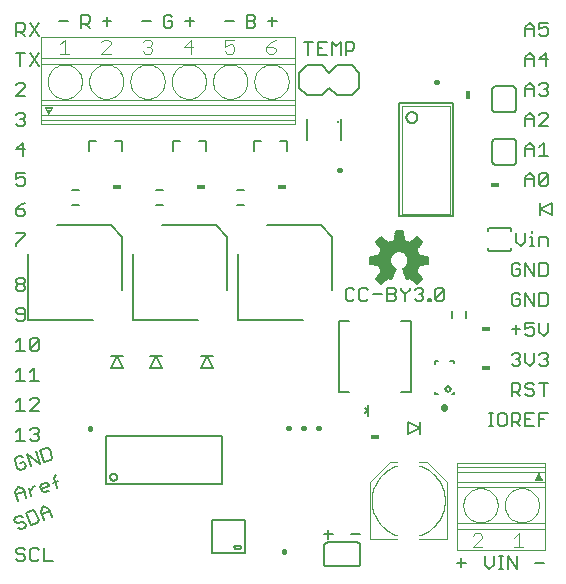
<source format=gto>
G75*
G70*
%OFA0B0*%
%FSLAX24Y24*%
%IPPOS*%
%LPD*%
%AMOC8*
5,1,8,0,0,1.08239X$1,22.5*
%
%ADD10C,0.0060*%
%ADD11R,0.0300X0.0180*%
%ADD12C,0.0050*%
%ADD13C,0.0160*%
%ADD14C,0.0040*%
%ADD15C,0.0080*%
%ADD16R,0.0160X0.0280*%
%ADD17R,0.0280X0.0160*%
%ADD18C,0.0220*%
%ADD19C,0.0079*%
%ADD20C,0.0020*%
%ADD21C,0.0059*%
D10*
X007963Y004973D02*
X007890Y005047D01*
X007963Y004973D02*
X008110Y004973D01*
X008183Y005047D01*
X008183Y005120D01*
X008110Y005193D01*
X007963Y005193D01*
X007890Y005267D01*
X007890Y005340D01*
X007963Y005414D01*
X008110Y005414D01*
X008183Y005340D01*
X008350Y005340D02*
X008350Y005047D01*
X008423Y004973D01*
X008570Y004973D01*
X008643Y005047D01*
X008810Y004973D02*
X009104Y004973D01*
X008810Y004973D02*
X008810Y005414D01*
X008643Y005340D02*
X008570Y005414D01*
X008423Y005414D01*
X008350Y005340D01*
X008037Y006027D02*
X007941Y006068D01*
X008037Y006027D02*
X008173Y006081D01*
X008214Y006176D01*
X008187Y006244D01*
X008092Y006286D01*
X007956Y006232D01*
X007860Y006273D01*
X007833Y006341D01*
X007875Y006436D01*
X008011Y006490D01*
X008106Y006449D01*
X008234Y006579D02*
X008439Y006660D01*
X008534Y006619D01*
X008642Y006346D01*
X008601Y006250D01*
X008396Y006169D01*
X008234Y006579D01*
X007954Y006992D02*
X007866Y007272D01*
X007963Y007456D01*
X008147Y007360D01*
X008234Y007079D01*
X008393Y007129D02*
X008306Y007409D01*
X008349Y007269D02*
X008446Y007453D01*
X008516Y007475D01*
X008694Y007453D02*
X008742Y007545D01*
X008882Y007589D01*
X008974Y007541D01*
X008996Y007471D01*
X008716Y007383D01*
X008738Y007313D02*
X008694Y007453D01*
X008738Y007313D02*
X008830Y007265D01*
X008970Y007309D01*
X009269Y007402D02*
X009160Y007752D01*
X009208Y007844D01*
X009274Y007634D02*
X009134Y007590D01*
X008799Y006802D02*
X008989Y006720D01*
X009097Y006447D01*
X009016Y006652D02*
X008743Y006543D01*
X008716Y006612D02*
X008799Y006802D01*
X008716Y006612D02*
X008825Y006339D01*
X008168Y007290D02*
X007888Y007202D01*
X008024Y008014D02*
X007932Y008062D01*
X007844Y008343D01*
X007893Y008434D01*
X008033Y008478D01*
X008125Y008430D01*
X008168Y008290D02*
X008028Y008246D01*
X008168Y008290D02*
X008212Y008150D01*
X008164Y008058D01*
X008024Y008014D01*
X008393Y008129D02*
X008262Y008550D01*
X008673Y008216D01*
X008542Y008637D01*
X008702Y008686D02*
X008833Y008266D01*
X009043Y008331D01*
X009091Y008423D01*
X009004Y008704D01*
X008912Y008752D01*
X008702Y008686D01*
X008570Y008973D02*
X008423Y008973D01*
X008350Y009047D01*
X008183Y008973D02*
X007890Y008973D01*
X008036Y008973D02*
X008036Y009414D01*
X007890Y009267D01*
X008350Y009340D02*
X008423Y009414D01*
X008570Y009414D01*
X008643Y009340D01*
X008643Y009267D01*
X008570Y009193D01*
X008643Y009120D01*
X008643Y009047D01*
X008570Y008973D01*
X008570Y009193D02*
X008497Y009193D01*
X008643Y009973D02*
X008350Y009973D01*
X008643Y010267D01*
X008643Y010340D01*
X008570Y010414D01*
X008423Y010414D01*
X008350Y010340D01*
X008036Y010414D02*
X008036Y009973D01*
X007890Y009973D02*
X008183Y009973D01*
X007890Y010267D02*
X008036Y010414D01*
X008036Y010973D02*
X008036Y011414D01*
X007890Y011267D01*
X007890Y010973D02*
X008183Y010973D01*
X008350Y010973D02*
X008643Y010973D01*
X008497Y010973D02*
X008497Y011414D01*
X008350Y011267D01*
X008423Y011973D02*
X008350Y012047D01*
X008643Y012340D01*
X008643Y012047D01*
X008570Y011973D01*
X008423Y011973D01*
X008350Y012047D02*
X008350Y012340D01*
X008423Y012414D01*
X008570Y012414D01*
X008643Y012340D01*
X008183Y011973D02*
X007890Y011973D01*
X008036Y011973D02*
X008036Y012414D01*
X007890Y012267D01*
X007963Y012973D02*
X008110Y012973D01*
X008183Y013047D01*
X008183Y013340D01*
X008110Y013414D01*
X007963Y013414D01*
X007890Y013340D01*
X007890Y013267D01*
X007963Y013193D01*
X008183Y013193D01*
X007963Y012973D02*
X007890Y013047D01*
X007963Y013973D02*
X007890Y014047D01*
X007890Y014120D01*
X007963Y014193D01*
X008110Y014193D01*
X008183Y014120D01*
X008183Y014047D01*
X008110Y013973D01*
X007963Y013973D01*
X007963Y014193D02*
X007890Y014267D01*
X007890Y014340D01*
X007963Y014414D01*
X008110Y014414D01*
X008183Y014340D01*
X008183Y014267D01*
X008110Y014193D01*
X007890Y015473D02*
X007890Y015547D01*
X008183Y015840D01*
X008183Y015914D01*
X007890Y015914D01*
X007963Y016473D02*
X008110Y016473D01*
X008183Y016547D01*
X008183Y016620D01*
X008110Y016693D01*
X007890Y016693D01*
X007890Y016547D01*
X007963Y016473D01*
X007890Y016693D02*
X008036Y016840D01*
X008183Y016914D01*
X008110Y017473D02*
X007963Y017473D01*
X007890Y017547D01*
X007890Y017693D02*
X008036Y017767D01*
X008110Y017767D01*
X008183Y017693D01*
X008183Y017547D01*
X008110Y017473D01*
X007890Y017693D02*
X007890Y017914D01*
X008183Y017914D01*
X008110Y018473D02*
X008110Y018914D01*
X007890Y018693D01*
X008183Y018693D01*
X008110Y019473D02*
X007963Y019473D01*
X007890Y019547D01*
X008036Y019693D02*
X008110Y019693D01*
X008183Y019620D01*
X008183Y019547D01*
X008110Y019473D01*
X008110Y019693D02*
X008183Y019767D01*
X008183Y019840D01*
X008110Y019914D01*
X007963Y019914D01*
X007890Y019840D01*
X007890Y020473D02*
X008183Y020767D01*
X008183Y020840D01*
X008110Y020914D01*
X007963Y020914D01*
X007890Y020840D01*
X007890Y020473D02*
X008183Y020473D01*
X008036Y021473D02*
X008036Y021914D01*
X007890Y021914D02*
X008183Y021914D01*
X008350Y021914D02*
X008643Y021473D01*
X008350Y021473D02*
X008643Y021914D01*
X008643Y022473D02*
X008350Y022914D01*
X008183Y022840D02*
X008183Y022693D01*
X008110Y022620D01*
X007890Y022620D01*
X008036Y022620D02*
X008183Y022473D01*
X008350Y022473D02*
X008643Y022914D01*
X008183Y022840D02*
X008110Y022914D01*
X007890Y022914D01*
X007890Y022473D01*
X009330Y022963D02*
X009623Y022963D01*
X010050Y022890D02*
X010270Y022890D01*
X010343Y022963D01*
X010343Y023110D01*
X010270Y023184D01*
X010050Y023184D01*
X010050Y022743D01*
X010196Y022890D02*
X010343Y022743D01*
X010770Y022963D02*
X011063Y022963D01*
X010916Y023110D02*
X010916Y022817D01*
X012090Y022963D02*
X012383Y022963D01*
X012810Y022817D02*
X012883Y022743D01*
X013030Y022743D01*
X013103Y022817D01*
X013103Y022963D01*
X012956Y022963D01*
X012810Y022817D02*
X012810Y023110D01*
X012883Y023184D01*
X013030Y023184D01*
X013103Y023110D01*
X013530Y022963D02*
X013823Y022963D01*
X013676Y023110D02*
X013676Y022817D01*
X014850Y022963D02*
X015143Y022963D01*
X015570Y022963D02*
X015790Y022963D01*
X015863Y022890D01*
X015863Y022817D01*
X015790Y022743D01*
X015570Y022743D01*
X015570Y023184D01*
X015790Y023184D01*
X015863Y023110D01*
X015863Y023037D01*
X015790Y022963D01*
X016290Y022963D02*
X016583Y022963D01*
X016436Y023110D02*
X016436Y022817D01*
X017490Y022284D02*
X017783Y022284D01*
X017636Y022284D02*
X017636Y021843D01*
X017950Y021843D02*
X018243Y021843D01*
X018410Y021843D02*
X018410Y022284D01*
X018557Y022137D01*
X018704Y022284D01*
X018704Y021843D01*
X018871Y021843D02*
X018871Y022284D01*
X019091Y022284D01*
X019164Y022210D01*
X019164Y022063D01*
X019091Y021990D01*
X018871Y021990D01*
X018243Y022284D02*
X017950Y022284D01*
X017950Y021843D01*
X017950Y022063D02*
X018097Y022063D01*
X017600Y019719D02*
X017600Y019025D01*
X018720Y019025D02*
X018720Y019719D01*
X020661Y020239D02*
X022458Y020239D01*
X022458Y016468D01*
X020661Y016468D01*
X020661Y020239D01*
X020900Y019761D02*
X020902Y019787D01*
X020908Y019813D01*
X020917Y019837D01*
X020930Y019860D01*
X020946Y019881D01*
X020965Y019899D01*
X020986Y019915D01*
X021010Y019927D01*
X021034Y019935D01*
X021060Y019940D01*
X021087Y019941D01*
X021113Y019938D01*
X021138Y019931D01*
X021162Y019921D01*
X021185Y019907D01*
X021205Y019891D01*
X021222Y019871D01*
X021237Y019849D01*
X021248Y019825D01*
X021256Y019800D01*
X021260Y019774D01*
X021260Y019748D01*
X021256Y019722D01*
X021248Y019697D01*
X021237Y019673D01*
X021222Y019651D01*
X021205Y019631D01*
X021185Y019615D01*
X021162Y019601D01*
X021138Y019591D01*
X021113Y019584D01*
X021087Y019581D01*
X021060Y019582D01*
X021034Y019587D01*
X021010Y019595D01*
X020986Y019607D01*
X020965Y019623D01*
X020946Y019641D01*
X020930Y019662D01*
X020917Y019685D01*
X020908Y019709D01*
X020902Y019735D01*
X020900Y019761D01*
X023766Y020053D02*
X023766Y020683D01*
X023765Y020683D02*
X023765Y020702D01*
X023769Y020721D01*
X023775Y020739D01*
X023785Y020755D01*
X023797Y020770D01*
X023811Y020782D01*
X023828Y020792D01*
X023845Y020798D01*
X023864Y020802D01*
X023864Y020801D02*
X024455Y020801D01*
X024455Y020802D02*
X024474Y020798D01*
X024491Y020792D01*
X024508Y020782D01*
X024522Y020770D01*
X024534Y020755D01*
X024544Y020739D01*
X024550Y020721D01*
X024554Y020702D01*
X024554Y020683D01*
X024553Y020683D02*
X024553Y020053D01*
X024554Y020053D02*
X024554Y020034D01*
X024550Y020015D01*
X024544Y019997D01*
X024535Y019981D01*
X024522Y019966D01*
X024508Y019954D01*
X024491Y019944D01*
X024473Y019938D01*
X024455Y019934D01*
X024455Y019935D02*
X023864Y019935D01*
X023845Y019939D01*
X023828Y019945D01*
X023811Y019955D01*
X023797Y019967D01*
X023785Y019982D01*
X023775Y019998D01*
X023769Y020016D01*
X023765Y020035D01*
X023765Y020054D01*
X023864Y019051D02*
X024455Y019051D01*
X024455Y019052D02*
X024474Y019048D01*
X024491Y019042D01*
X024508Y019032D01*
X024522Y019020D01*
X024534Y019005D01*
X024544Y018989D01*
X024550Y018971D01*
X024554Y018952D01*
X024554Y018933D01*
X024553Y018933D02*
X024553Y018303D01*
X024554Y018303D02*
X024554Y018284D01*
X024550Y018265D01*
X024544Y018247D01*
X024535Y018231D01*
X024522Y018216D01*
X024508Y018204D01*
X024491Y018194D01*
X024473Y018188D01*
X024455Y018184D01*
X024455Y018185D02*
X023864Y018185D01*
X023845Y018189D01*
X023828Y018195D01*
X023811Y018205D01*
X023797Y018217D01*
X023785Y018232D01*
X023775Y018248D01*
X023769Y018266D01*
X023765Y018285D01*
X023765Y018304D01*
X023766Y018303D02*
X023766Y018933D01*
X023765Y018933D02*
X023765Y018952D01*
X023769Y018971D01*
X023775Y018989D01*
X023785Y019005D01*
X023797Y019020D01*
X023811Y019032D01*
X023828Y019042D01*
X023845Y019048D01*
X023864Y019052D01*
X024869Y018767D02*
X024869Y018473D01*
X024869Y018693D02*
X025162Y018693D01*
X025162Y018767D02*
X025162Y018473D01*
X025329Y018473D02*
X025623Y018473D01*
X025476Y018473D02*
X025476Y018914D01*
X025329Y018767D01*
X025162Y018767D02*
X025016Y018914D01*
X024869Y018767D01*
X024869Y019473D02*
X024869Y019767D01*
X025016Y019914D01*
X025162Y019767D01*
X025162Y019473D01*
X025329Y019473D02*
X025623Y019767D01*
X025623Y019840D01*
X025549Y019914D01*
X025403Y019914D01*
X025329Y019840D01*
X025162Y019693D02*
X024869Y019693D01*
X025329Y019473D02*
X025623Y019473D01*
X025549Y020473D02*
X025403Y020473D01*
X025329Y020547D01*
X025162Y020473D02*
X025162Y020767D01*
X025016Y020914D01*
X024869Y020767D01*
X024869Y020473D01*
X024869Y020693D02*
X025162Y020693D01*
X025329Y020840D02*
X025403Y020914D01*
X025549Y020914D01*
X025623Y020840D01*
X025623Y020767D01*
X025549Y020693D01*
X025623Y020620D01*
X025623Y020547D01*
X025549Y020473D01*
X025549Y020693D02*
X025476Y020693D01*
X025549Y021473D02*
X025549Y021914D01*
X025329Y021693D01*
X025623Y021693D01*
X025162Y021693D02*
X024869Y021693D01*
X024869Y021767D02*
X025016Y021914D01*
X025162Y021767D01*
X025162Y021473D01*
X024869Y021473D02*
X024869Y021767D01*
X024869Y022473D02*
X024869Y022767D01*
X025016Y022914D01*
X025162Y022767D01*
X025162Y022473D01*
X025329Y022547D02*
X025403Y022473D01*
X025549Y022473D01*
X025623Y022547D01*
X025623Y022693D01*
X025549Y022767D01*
X025476Y022767D01*
X025329Y022693D01*
X025329Y022914D01*
X025623Y022914D01*
X025162Y022693D02*
X024869Y022693D01*
X025016Y017914D02*
X025162Y017767D01*
X025162Y017473D01*
X025329Y017547D02*
X025329Y017840D01*
X025403Y017914D01*
X025549Y017914D01*
X025623Y017840D01*
X025329Y017547D01*
X025403Y017473D01*
X025549Y017473D01*
X025623Y017547D01*
X025623Y017840D01*
X025162Y017693D02*
X024869Y017693D01*
X024869Y017767D02*
X025016Y017914D01*
X024869Y017767D02*
X024869Y017473D01*
X025360Y016893D02*
X025360Y016693D01*
X025360Y016493D01*
X025360Y016693D02*
X025760Y016893D01*
X025760Y016693D01*
X025760Y016493D01*
X025360Y016693D01*
X025096Y015987D02*
X025096Y015914D01*
X025096Y015767D02*
X025096Y015473D01*
X025169Y015473D02*
X025022Y015473D01*
X024855Y015620D02*
X024855Y015914D01*
X025022Y015767D02*
X025096Y015767D01*
X025329Y015767D02*
X025329Y015473D01*
X025623Y015473D02*
X025623Y015693D01*
X025549Y015767D01*
X025329Y015767D01*
X024855Y015620D02*
X024709Y015473D01*
X024562Y015620D01*
X024562Y015914D01*
X024629Y014914D02*
X024482Y014914D01*
X024408Y014840D01*
X024408Y014547D01*
X024482Y014473D01*
X024629Y014473D01*
X024702Y014547D01*
X024702Y014693D01*
X024555Y014693D01*
X024702Y014840D02*
X024629Y014914D01*
X024869Y014914D02*
X025162Y014473D01*
X025162Y014914D01*
X025329Y014914D02*
X025329Y014473D01*
X025549Y014473D01*
X025623Y014547D01*
X025623Y014840D01*
X025549Y014914D01*
X025329Y014914D01*
X024869Y014914D02*
X024869Y014473D01*
X024869Y013914D02*
X025162Y013473D01*
X025162Y013914D01*
X025329Y013914D02*
X025329Y013473D01*
X025549Y013473D01*
X025623Y013547D01*
X025623Y013840D01*
X025549Y013914D01*
X025329Y013914D01*
X024869Y013914D02*
X024869Y013473D01*
X024702Y013547D02*
X024702Y013693D01*
X024555Y013693D01*
X024408Y013547D02*
X024482Y013473D01*
X024629Y013473D01*
X024702Y013547D01*
X024702Y013840D02*
X024629Y013914D01*
X024482Y013914D01*
X024408Y013840D01*
X024408Y013547D01*
X024869Y012914D02*
X024869Y012693D01*
X025016Y012767D01*
X025089Y012767D01*
X025162Y012693D01*
X025162Y012547D01*
X025089Y012473D01*
X024942Y012473D01*
X024869Y012547D01*
X024702Y012693D02*
X024408Y012693D01*
X024555Y012840D02*
X024555Y012547D01*
X024869Y012914D02*
X025162Y012914D01*
X025329Y012914D02*
X025329Y012620D01*
X025476Y012473D01*
X025623Y012620D01*
X025623Y012914D01*
X025549Y011914D02*
X025403Y011914D01*
X025329Y011840D01*
X025162Y011914D02*
X025162Y011620D01*
X025016Y011473D01*
X024869Y011620D01*
X024869Y011914D01*
X024702Y011840D02*
X024702Y011767D01*
X024629Y011693D01*
X024702Y011620D01*
X024702Y011547D01*
X024629Y011473D01*
X024482Y011473D01*
X024408Y011547D01*
X024555Y011693D02*
X024629Y011693D01*
X024702Y011840D02*
X024629Y011914D01*
X024482Y011914D01*
X024408Y011840D01*
X024408Y010914D02*
X024629Y010914D01*
X024702Y010840D01*
X024702Y010693D01*
X024629Y010620D01*
X024408Y010620D01*
X024408Y010473D02*
X024408Y010914D01*
X024555Y010620D02*
X024702Y010473D01*
X024869Y010547D02*
X024942Y010473D01*
X025089Y010473D01*
X025162Y010547D01*
X025162Y010620D01*
X025089Y010693D01*
X024942Y010693D01*
X024869Y010767D01*
X024869Y010840D01*
X024942Y010914D01*
X025089Y010914D01*
X025162Y010840D01*
X025329Y010914D02*
X025623Y010914D01*
X025476Y010914D02*
X025476Y010473D01*
X025329Y009914D02*
X025623Y009914D01*
X025476Y009693D02*
X025329Y009693D01*
X025329Y009473D02*
X025329Y009914D01*
X025162Y009914D02*
X024869Y009914D01*
X024869Y009473D01*
X025162Y009473D01*
X025016Y009693D02*
X024869Y009693D01*
X024702Y009693D02*
X024629Y009620D01*
X024408Y009620D01*
X024408Y009473D02*
X024408Y009914D01*
X024629Y009914D01*
X024702Y009840D01*
X024702Y009693D01*
X024555Y009620D02*
X024702Y009473D01*
X024242Y009547D02*
X024242Y009840D01*
X024168Y009914D01*
X024021Y009914D01*
X023948Y009840D01*
X023948Y009547D01*
X024021Y009473D01*
X024168Y009473D01*
X024242Y009547D01*
X023788Y009473D02*
X023641Y009473D01*
X023714Y009473D02*
X023714Y009914D01*
X023641Y009914D02*
X023788Y009914D01*
X025403Y011473D02*
X025329Y011547D01*
X025403Y011473D02*
X025549Y011473D01*
X025623Y011547D01*
X025623Y011620D01*
X025549Y011693D01*
X025476Y011693D01*
X025549Y011693D02*
X025623Y011767D01*
X025623Y011840D01*
X025549Y011914D01*
X022896Y013075D02*
X022896Y013311D01*
X022423Y013311D02*
X022423Y013075D01*
X022082Y013643D02*
X021935Y013643D01*
X021862Y013717D01*
X022156Y014010D01*
X022156Y013717D01*
X022082Y013643D01*
X021862Y013717D02*
X021862Y014010D01*
X021935Y014084D01*
X022082Y014084D01*
X022156Y014010D01*
X021705Y013717D02*
X021705Y013643D01*
X021632Y013643D01*
X021632Y013717D01*
X021705Y013717D01*
X021465Y013717D02*
X021465Y013790D01*
X021392Y013863D01*
X021318Y013863D01*
X021392Y013863D02*
X021465Y013937D01*
X021465Y014010D01*
X021392Y014084D01*
X021245Y014084D01*
X021171Y014010D01*
X021005Y014010D02*
X021005Y014084D01*
X021005Y014010D02*
X020858Y013863D01*
X020858Y013643D01*
X020858Y013863D02*
X020711Y014010D01*
X020711Y014084D01*
X020544Y014010D02*
X020544Y013937D01*
X020471Y013863D01*
X020251Y013863D01*
X020084Y013863D02*
X019790Y013863D01*
X019623Y013717D02*
X019550Y013643D01*
X019403Y013643D01*
X019330Y013717D01*
X019330Y014010D01*
X019403Y014084D01*
X019550Y014084D01*
X019623Y014010D01*
X019163Y014010D02*
X019090Y014084D01*
X018943Y014084D01*
X018870Y014010D01*
X018870Y013717D01*
X018943Y013643D01*
X019090Y013643D01*
X019163Y013717D01*
X020251Y013643D02*
X020471Y013643D01*
X020544Y013717D01*
X020544Y013790D01*
X020471Y013863D01*
X020544Y014010D02*
X020471Y014084D01*
X020251Y014084D01*
X020251Y013643D01*
X021171Y013717D02*
X021245Y013643D01*
X021392Y013643D01*
X021465Y013717D01*
X021360Y009593D02*
X021360Y009393D01*
X021360Y009193D01*
X021360Y009393D02*
X020960Y009593D01*
X020960Y009393D01*
X020960Y009193D01*
X021360Y009393D01*
X019363Y005863D02*
X019069Y005863D01*
X019260Y005593D02*
X018260Y005593D01*
X018243Y005591D01*
X018226Y005587D01*
X018210Y005580D01*
X018196Y005570D01*
X018183Y005557D01*
X018173Y005543D01*
X018166Y005527D01*
X018162Y005510D01*
X018160Y005493D01*
X018160Y004893D01*
X018162Y004876D01*
X018166Y004859D01*
X018173Y004843D01*
X018183Y004829D01*
X018196Y004816D01*
X018210Y004806D01*
X018226Y004799D01*
X018243Y004795D01*
X018260Y004793D01*
X019260Y004793D01*
X019277Y004795D01*
X019294Y004799D01*
X019310Y004806D01*
X019324Y004816D01*
X019337Y004829D01*
X019347Y004843D01*
X019354Y004859D01*
X019358Y004876D01*
X019360Y004893D01*
X019360Y005493D01*
X019358Y005510D01*
X019354Y005527D01*
X019347Y005543D01*
X019337Y005557D01*
X019324Y005570D01*
X019310Y005580D01*
X019294Y005587D01*
X019277Y005591D01*
X019260Y005593D01*
X018442Y005863D02*
X018148Y005863D01*
X018295Y006010D02*
X018295Y005717D01*
X022590Y004923D02*
X022883Y004923D01*
X022736Y005070D02*
X022736Y004777D01*
X023510Y004850D02*
X023657Y004703D01*
X023804Y004850D01*
X023804Y005144D01*
X023971Y005144D02*
X024117Y005144D01*
X024044Y005144D02*
X024044Y004703D01*
X023971Y004703D02*
X024117Y004703D01*
X024278Y004703D02*
X024278Y005144D01*
X024571Y004703D01*
X024571Y005144D01*
X025198Y004923D02*
X025492Y004923D01*
X023510Y004850D02*
X023510Y005144D01*
X014460Y011393D02*
X014260Y011393D01*
X014060Y011393D01*
X014260Y011793D01*
X014460Y011793D01*
X014260Y011793D02*
X014060Y011793D01*
X014260Y011793D02*
X014460Y011393D01*
X012760Y011393D02*
X012560Y011393D01*
X012360Y011393D01*
X012560Y011793D01*
X012760Y011793D01*
X012560Y011793D02*
X012360Y011793D01*
X012560Y011793D02*
X012760Y011393D01*
X011460Y011393D02*
X011260Y011393D01*
X011060Y011393D01*
X011260Y011793D01*
X011460Y011793D01*
X011260Y011793D02*
X011060Y011793D01*
X011260Y011793D02*
X011460Y011393D01*
X012541Y016857D02*
X012778Y016857D01*
X012778Y017330D02*
X012541Y017330D01*
X009978Y017330D02*
X009741Y017330D01*
X009741Y016857D02*
X009978Y016857D01*
X015241Y016857D02*
X015478Y016857D01*
X015478Y017330D02*
X015241Y017330D01*
D11*
X014060Y017443D03*
X016760Y017443D03*
X011262Y017443D03*
X019860Y009093D03*
X023560Y011393D03*
X023560Y012693D03*
D12*
X021060Y012970D02*
X021060Y010608D01*
X020706Y010608D01*
X018993Y010608D02*
X018659Y010608D01*
X018659Y012970D01*
X018993Y012970D01*
X018434Y013993D02*
X018434Y015774D01*
X018041Y016168D01*
X016260Y016168D01*
X015285Y015193D02*
X015285Y013019D01*
X017460Y013019D01*
X014934Y013993D02*
X014934Y015774D01*
X014541Y016168D01*
X012760Y016168D01*
X011785Y015193D02*
X011785Y013019D01*
X013960Y013019D01*
X011434Y013993D02*
X011434Y015774D01*
X011041Y016168D01*
X009260Y016168D01*
X008285Y015193D02*
X008285Y013019D01*
X010460Y013019D01*
X010903Y009153D02*
X010903Y007539D01*
X014762Y007539D01*
X014762Y009153D01*
X010903Y009153D01*
X011022Y007775D02*
X011024Y007796D01*
X011030Y007816D01*
X011039Y007836D01*
X011051Y007853D01*
X011066Y007867D01*
X011084Y007879D01*
X011104Y007887D01*
X011124Y007892D01*
X011145Y007893D01*
X011166Y007890D01*
X011186Y007884D01*
X011205Y007873D01*
X011222Y007860D01*
X011235Y007844D01*
X011246Y007826D01*
X011254Y007806D01*
X011258Y007786D01*
X011258Y007764D01*
X011254Y007744D01*
X011246Y007724D01*
X011235Y007706D01*
X011222Y007690D01*
X011205Y007677D01*
X011186Y007666D01*
X011166Y007660D01*
X011145Y007657D01*
X011124Y007658D01*
X011104Y007663D01*
X011084Y007671D01*
X011066Y007683D01*
X011051Y007697D01*
X011039Y007714D01*
X011030Y007734D01*
X011024Y007754D01*
X011022Y007775D01*
X020706Y012970D02*
X021060Y012970D01*
D13*
X017972Y009393D02*
X017948Y009393D01*
X017472Y009393D02*
X017448Y009393D01*
X016972Y009393D02*
X016948Y009393D01*
X016810Y005305D02*
X016810Y005281D01*
X010360Y009381D02*
X010360Y009405D01*
X018648Y017993D02*
X018672Y017993D01*
X021888Y020953D02*
X021912Y020953D01*
D14*
X017192Y020357D02*
X017192Y020167D01*
X017192Y019847D01*
X017192Y019674D01*
X008727Y019674D01*
X008727Y019847D01*
X017192Y019847D01*
X017192Y019674D02*
X017192Y019556D01*
X008727Y019556D01*
X008727Y019674D01*
X008727Y019847D02*
X008727Y020167D01*
X008727Y020357D01*
X017192Y020357D01*
X017192Y021559D01*
X008727Y021559D01*
X008727Y020357D01*
X008727Y020167D02*
X017192Y020167D01*
X015833Y020954D02*
X015835Y021001D01*
X015841Y021048D01*
X015850Y021094D01*
X015864Y021139D01*
X015881Y021183D01*
X015902Y021226D01*
X015926Y021266D01*
X015953Y021305D01*
X015984Y021341D01*
X016017Y021374D01*
X016053Y021405D01*
X016092Y021432D01*
X016132Y021456D01*
X016175Y021477D01*
X016219Y021494D01*
X016264Y021508D01*
X016310Y021517D01*
X016357Y021523D01*
X016404Y021525D01*
X016451Y021523D01*
X016498Y021517D01*
X016544Y021508D01*
X016589Y021494D01*
X016633Y021477D01*
X016676Y021456D01*
X016716Y021432D01*
X016755Y021405D01*
X016791Y021374D01*
X016824Y021341D01*
X016855Y021305D01*
X016882Y021266D01*
X016906Y021226D01*
X016927Y021183D01*
X016944Y021139D01*
X016958Y021094D01*
X016967Y021048D01*
X016973Y021001D01*
X016975Y020954D01*
X016973Y020907D01*
X016967Y020860D01*
X016958Y020814D01*
X016944Y020769D01*
X016927Y020725D01*
X016906Y020682D01*
X016882Y020642D01*
X016855Y020603D01*
X016824Y020567D01*
X016791Y020534D01*
X016755Y020503D01*
X016716Y020476D01*
X016676Y020452D01*
X016633Y020431D01*
X016589Y020414D01*
X016544Y020400D01*
X016498Y020391D01*
X016451Y020385D01*
X016404Y020383D01*
X016357Y020385D01*
X016310Y020391D01*
X016264Y020400D01*
X016219Y020414D01*
X016175Y020431D01*
X016132Y020452D01*
X016092Y020476D01*
X016053Y020503D01*
X016017Y020534D01*
X015984Y020567D01*
X015953Y020603D01*
X015926Y020642D01*
X015902Y020682D01*
X015881Y020725D01*
X015864Y020769D01*
X015850Y020814D01*
X015841Y020860D01*
X015835Y020907D01*
X015833Y020954D01*
X015499Y021231D02*
X015501Y021234D01*
X014455Y020954D02*
X014457Y021001D01*
X014463Y021048D01*
X014472Y021094D01*
X014486Y021139D01*
X014503Y021183D01*
X014524Y021226D01*
X014548Y021266D01*
X014575Y021305D01*
X014606Y021341D01*
X014639Y021374D01*
X014675Y021405D01*
X014714Y021432D01*
X014754Y021456D01*
X014797Y021477D01*
X014841Y021494D01*
X014886Y021508D01*
X014932Y021517D01*
X014979Y021523D01*
X015026Y021525D01*
X015073Y021523D01*
X015120Y021517D01*
X015166Y021508D01*
X015211Y021494D01*
X015255Y021477D01*
X015298Y021456D01*
X015338Y021432D01*
X015377Y021405D01*
X015413Y021374D01*
X015446Y021341D01*
X015477Y021305D01*
X015504Y021266D01*
X015528Y021226D01*
X015549Y021183D01*
X015566Y021139D01*
X015580Y021094D01*
X015589Y021048D01*
X015595Y021001D01*
X015597Y020954D01*
X015595Y020907D01*
X015589Y020860D01*
X015580Y020814D01*
X015566Y020769D01*
X015549Y020725D01*
X015528Y020682D01*
X015504Y020642D01*
X015477Y020603D01*
X015446Y020567D01*
X015413Y020534D01*
X015377Y020503D01*
X015338Y020476D01*
X015298Y020452D01*
X015255Y020431D01*
X015211Y020414D01*
X015166Y020400D01*
X015120Y020391D01*
X015073Y020385D01*
X015026Y020383D01*
X014979Y020385D01*
X014932Y020391D01*
X014886Y020400D01*
X014841Y020414D01*
X014797Y020431D01*
X014754Y020452D01*
X014714Y020476D01*
X014675Y020503D01*
X014639Y020534D01*
X014606Y020567D01*
X014575Y020603D01*
X014548Y020642D01*
X014524Y020682D01*
X014503Y020725D01*
X014486Y020769D01*
X014472Y020814D01*
X014463Y020860D01*
X014457Y020907D01*
X014455Y020954D01*
X014121Y021231D02*
X014123Y021234D01*
X013077Y020954D02*
X013079Y021001D01*
X013085Y021048D01*
X013094Y021094D01*
X013108Y021139D01*
X013125Y021183D01*
X013146Y021226D01*
X013170Y021266D01*
X013197Y021305D01*
X013228Y021341D01*
X013261Y021374D01*
X013297Y021405D01*
X013336Y021432D01*
X013376Y021456D01*
X013419Y021477D01*
X013463Y021494D01*
X013508Y021508D01*
X013554Y021517D01*
X013601Y021523D01*
X013648Y021525D01*
X013695Y021523D01*
X013742Y021517D01*
X013788Y021508D01*
X013833Y021494D01*
X013877Y021477D01*
X013920Y021456D01*
X013960Y021432D01*
X013999Y021405D01*
X014035Y021374D01*
X014068Y021341D01*
X014099Y021305D01*
X014126Y021266D01*
X014150Y021226D01*
X014171Y021183D01*
X014188Y021139D01*
X014202Y021094D01*
X014211Y021048D01*
X014217Y021001D01*
X014219Y020954D01*
X014217Y020907D01*
X014211Y020860D01*
X014202Y020814D01*
X014188Y020769D01*
X014171Y020725D01*
X014150Y020682D01*
X014126Y020642D01*
X014099Y020603D01*
X014068Y020567D01*
X014035Y020534D01*
X013999Y020503D01*
X013960Y020476D01*
X013920Y020452D01*
X013877Y020431D01*
X013833Y020414D01*
X013788Y020400D01*
X013742Y020391D01*
X013695Y020385D01*
X013648Y020383D01*
X013601Y020385D01*
X013554Y020391D01*
X013508Y020400D01*
X013463Y020414D01*
X013419Y020431D01*
X013376Y020452D01*
X013336Y020476D01*
X013297Y020503D01*
X013261Y020534D01*
X013228Y020567D01*
X013197Y020603D01*
X013170Y020642D01*
X013146Y020682D01*
X013125Y020725D01*
X013108Y020769D01*
X013094Y020814D01*
X013085Y020860D01*
X013079Y020907D01*
X013077Y020954D01*
X012743Y021231D02*
X012745Y021234D01*
X011700Y020954D02*
X011702Y021001D01*
X011708Y021048D01*
X011717Y021094D01*
X011731Y021139D01*
X011748Y021183D01*
X011769Y021226D01*
X011793Y021266D01*
X011820Y021305D01*
X011851Y021341D01*
X011884Y021374D01*
X011920Y021405D01*
X011959Y021432D01*
X011999Y021456D01*
X012042Y021477D01*
X012086Y021494D01*
X012131Y021508D01*
X012177Y021517D01*
X012224Y021523D01*
X012271Y021525D01*
X012318Y021523D01*
X012365Y021517D01*
X012411Y021508D01*
X012456Y021494D01*
X012500Y021477D01*
X012543Y021456D01*
X012583Y021432D01*
X012622Y021405D01*
X012658Y021374D01*
X012691Y021341D01*
X012722Y021305D01*
X012749Y021266D01*
X012773Y021226D01*
X012794Y021183D01*
X012811Y021139D01*
X012825Y021094D01*
X012834Y021048D01*
X012840Y021001D01*
X012842Y020954D01*
X012840Y020907D01*
X012834Y020860D01*
X012825Y020814D01*
X012811Y020769D01*
X012794Y020725D01*
X012773Y020682D01*
X012749Y020642D01*
X012722Y020603D01*
X012691Y020567D01*
X012658Y020534D01*
X012622Y020503D01*
X012583Y020476D01*
X012543Y020452D01*
X012500Y020431D01*
X012456Y020414D01*
X012411Y020400D01*
X012365Y020391D01*
X012318Y020385D01*
X012271Y020383D01*
X012224Y020385D01*
X012177Y020391D01*
X012131Y020400D01*
X012086Y020414D01*
X012042Y020431D01*
X011999Y020452D01*
X011959Y020476D01*
X011920Y020503D01*
X011884Y020534D01*
X011851Y020567D01*
X011820Y020603D01*
X011793Y020642D01*
X011769Y020682D01*
X011748Y020725D01*
X011731Y020769D01*
X011717Y020814D01*
X011708Y020860D01*
X011702Y020907D01*
X011700Y020954D01*
X011365Y021231D02*
X011367Y021234D01*
X010322Y020954D02*
X010324Y021001D01*
X010330Y021048D01*
X010339Y021094D01*
X010353Y021139D01*
X010370Y021183D01*
X010391Y021226D01*
X010415Y021266D01*
X010442Y021305D01*
X010473Y021341D01*
X010506Y021374D01*
X010542Y021405D01*
X010581Y021432D01*
X010621Y021456D01*
X010664Y021477D01*
X010708Y021494D01*
X010753Y021508D01*
X010799Y021517D01*
X010846Y021523D01*
X010893Y021525D01*
X010940Y021523D01*
X010987Y021517D01*
X011033Y021508D01*
X011078Y021494D01*
X011122Y021477D01*
X011165Y021456D01*
X011205Y021432D01*
X011244Y021405D01*
X011280Y021374D01*
X011313Y021341D01*
X011344Y021305D01*
X011371Y021266D01*
X011395Y021226D01*
X011416Y021183D01*
X011433Y021139D01*
X011447Y021094D01*
X011456Y021048D01*
X011462Y021001D01*
X011464Y020954D01*
X011462Y020907D01*
X011456Y020860D01*
X011447Y020814D01*
X011433Y020769D01*
X011416Y020725D01*
X011395Y020682D01*
X011371Y020642D01*
X011344Y020603D01*
X011313Y020567D01*
X011280Y020534D01*
X011244Y020503D01*
X011205Y020476D01*
X011165Y020452D01*
X011122Y020431D01*
X011078Y020414D01*
X011033Y020400D01*
X010987Y020391D01*
X010940Y020385D01*
X010893Y020383D01*
X010846Y020385D01*
X010799Y020391D01*
X010753Y020400D01*
X010708Y020414D01*
X010664Y020431D01*
X010621Y020452D01*
X010581Y020476D01*
X010542Y020503D01*
X010506Y020534D01*
X010473Y020567D01*
X010442Y020603D01*
X010415Y020642D01*
X010391Y020682D01*
X010370Y020725D01*
X010353Y020769D01*
X010339Y020814D01*
X010330Y020860D01*
X010324Y020907D01*
X010322Y020954D01*
X009987Y021231D02*
X009989Y021234D01*
X008944Y020954D02*
X008946Y021001D01*
X008952Y021048D01*
X008961Y021094D01*
X008975Y021139D01*
X008992Y021183D01*
X009013Y021226D01*
X009037Y021266D01*
X009064Y021305D01*
X009095Y021341D01*
X009128Y021374D01*
X009164Y021405D01*
X009203Y021432D01*
X009243Y021456D01*
X009286Y021477D01*
X009330Y021494D01*
X009375Y021508D01*
X009421Y021517D01*
X009468Y021523D01*
X009515Y021525D01*
X009562Y021523D01*
X009609Y021517D01*
X009655Y021508D01*
X009700Y021494D01*
X009744Y021477D01*
X009787Y021456D01*
X009827Y021432D01*
X009866Y021405D01*
X009902Y021374D01*
X009935Y021341D01*
X009966Y021305D01*
X009993Y021266D01*
X010017Y021226D01*
X010038Y021183D01*
X010055Y021139D01*
X010069Y021094D01*
X010078Y021048D01*
X010084Y021001D01*
X010086Y020954D01*
X010084Y020907D01*
X010078Y020860D01*
X010069Y020814D01*
X010055Y020769D01*
X010038Y020725D01*
X010017Y020682D01*
X009993Y020642D01*
X009966Y020603D01*
X009935Y020567D01*
X009902Y020534D01*
X009866Y020503D01*
X009827Y020476D01*
X009787Y020452D01*
X009744Y020431D01*
X009700Y020414D01*
X009655Y020400D01*
X009609Y020391D01*
X009562Y020385D01*
X009515Y020383D01*
X009468Y020385D01*
X009421Y020391D01*
X009375Y020400D01*
X009330Y020414D01*
X009286Y020431D01*
X009243Y020452D01*
X009203Y020476D01*
X009164Y020503D01*
X009128Y020534D01*
X009095Y020567D01*
X009064Y020603D01*
X009037Y020642D01*
X009013Y020682D01*
X008992Y020725D01*
X008975Y020769D01*
X008961Y020814D01*
X008952Y020860D01*
X008946Y020907D01*
X008944Y020954D01*
X008727Y021559D02*
X008727Y021746D01*
X017192Y021746D01*
X017192Y022430D01*
X008727Y022430D01*
X008727Y021746D01*
X009357Y021888D02*
X009664Y021888D01*
X009511Y021888D02*
X009511Y022349D01*
X009357Y022195D01*
X010732Y022272D02*
X010809Y022349D01*
X010963Y022349D01*
X011039Y022272D01*
X011039Y022195D01*
X010732Y021888D01*
X011039Y021888D01*
X012107Y021965D02*
X012184Y021888D01*
X012338Y021888D01*
X012414Y021965D01*
X012414Y022042D01*
X012338Y022119D01*
X012261Y022119D01*
X012338Y022119D02*
X012414Y022195D01*
X012414Y022272D01*
X012338Y022349D01*
X012184Y022349D01*
X012107Y022272D01*
X013482Y022119D02*
X013789Y022119D01*
X013713Y022349D02*
X013713Y021888D01*
X013482Y022119D02*
X013713Y022349D01*
X014857Y022349D02*
X014857Y022119D01*
X015011Y022195D01*
X015088Y022195D01*
X015164Y022119D01*
X015164Y021965D01*
X015088Y021888D01*
X014934Y021888D01*
X014857Y021965D01*
X014857Y022349D02*
X015164Y022349D01*
X016232Y022119D02*
X016463Y022119D01*
X016539Y022042D01*
X016539Y021965D01*
X016463Y021888D01*
X016309Y021888D01*
X016232Y021965D01*
X016232Y022119D01*
X016386Y022272D01*
X016539Y022349D01*
X017192Y021746D02*
X017192Y021559D01*
X016879Y021234D02*
X016877Y021231D01*
X009087Y020118D02*
X008962Y019868D01*
X008837Y020118D01*
X009087Y020118D01*
X009079Y020101D02*
X008846Y020101D01*
X008865Y020063D02*
X009060Y020063D01*
X009041Y020024D02*
X008884Y020024D01*
X008904Y019986D02*
X009021Y019986D01*
X009002Y019947D02*
X008923Y019947D01*
X008942Y019909D02*
X008983Y019909D01*
X008964Y019870D02*
X008961Y019870D01*
X020349Y008273D02*
X020585Y008273D01*
X020349Y008273D02*
X019680Y007604D01*
X019680Y005714D01*
X020585Y005714D01*
X021334Y005714D02*
X022239Y005714D01*
X022239Y007604D01*
X021570Y008273D01*
X021334Y008273D01*
X022583Y008230D02*
X022583Y008112D01*
X022583Y007939D01*
X025536Y007939D01*
X025536Y008112D01*
X025536Y008230D01*
X022583Y008230D01*
X022583Y008112D02*
X025536Y008112D01*
X025536Y007939D02*
X025536Y007620D01*
X025536Y007430D01*
X022583Y007430D01*
X022583Y007620D01*
X022583Y007939D01*
X022583Y007620D02*
X025536Y007620D01*
X025426Y007668D02*
X025301Y007918D01*
X025176Y007668D01*
X025426Y007668D01*
X025408Y007704D02*
X025194Y007704D01*
X025213Y007743D02*
X025388Y007743D01*
X025369Y007781D02*
X025232Y007781D01*
X025251Y007820D02*
X025350Y007820D01*
X025331Y007858D02*
X025271Y007858D01*
X025290Y007897D02*
X025311Y007897D01*
X025536Y007430D02*
X025536Y006228D01*
X022583Y006228D01*
X022583Y006040D01*
X022583Y005356D01*
X025536Y005356D01*
X025536Y006040D01*
X022583Y006040D01*
X022583Y006228D02*
X022583Y007430D01*
X022800Y006833D02*
X022802Y006880D01*
X022808Y006927D01*
X022817Y006973D01*
X022831Y007018D01*
X022848Y007062D01*
X022869Y007105D01*
X022893Y007145D01*
X022920Y007184D01*
X022951Y007220D01*
X022984Y007253D01*
X023020Y007284D01*
X023059Y007311D01*
X023099Y007335D01*
X023142Y007356D01*
X023186Y007373D01*
X023231Y007387D01*
X023277Y007396D01*
X023324Y007402D01*
X023371Y007404D01*
X023418Y007402D01*
X023465Y007396D01*
X023511Y007387D01*
X023556Y007373D01*
X023600Y007356D01*
X023643Y007335D01*
X023683Y007311D01*
X023722Y007284D01*
X023758Y007253D01*
X023791Y007220D01*
X023822Y007184D01*
X023849Y007145D01*
X023873Y007105D01*
X023894Y007062D01*
X023911Y007018D01*
X023925Y006973D01*
X023934Y006927D01*
X023940Y006880D01*
X023942Y006833D01*
X023940Y006786D01*
X023934Y006739D01*
X023925Y006693D01*
X023911Y006648D01*
X023894Y006604D01*
X023873Y006561D01*
X023849Y006521D01*
X023822Y006482D01*
X023791Y006446D01*
X023758Y006413D01*
X023722Y006382D01*
X023683Y006355D01*
X023643Y006331D01*
X023600Y006310D01*
X023556Y006293D01*
X023511Y006279D01*
X023465Y006270D01*
X023418Y006264D01*
X023371Y006262D01*
X023324Y006264D01*
X023277Y006270D01*
X023231Y006279D01*
X023186Y006293D01*
X023142Y006310D01*
X023099Y006331D01*
X023059Y006355D01*
X023020Y006382D01*
X022984Y006413D01*
X022951Y006446D01*
X022920Y006482D01*
X022893Y006521D01*
X022869Y006561D01*
X022848Y006604D01*
X022831Y006648D01*
X022817Y006693D01*
X022808Y006739D01*
X022802Y006786D01*
X022800Y006833D01*
X022898Y006555D02*
X022896Y006553D01*
X023187Y005899D02*
X023110Y005822D01*
X023187Y005899D02*
X023340Y005899D01*
X023417Y005822D01*
X023417Y005745D01*
X023110Y005438D01*
X023417Y005438D01*
X024485Y005438D02*
X024792Y005438D01*
X024639Y005438D02*
X024639Y005899D01*
X024485Y005745D01*
X024274Y006553D02*
X024276Y006555D01*
X024177Y006833D02*
X024179Y006880D01*
X024185Y006927D01*
X024194Y006973D01*
X024208Y007018D01*
X024225Y007062D01*
X024246Y007105D01*
X024270Y007145D01*
X024297Y007184D01*
X024328Y007220D01*
X024361Y007253D01*
X024397Y007284D01*
X024436Y007311D01*
X024476Y007335D01*
X024519Y007356D01*
X024563Y007373D01*
X024608Y007387D01*
X024654Y007396D01*
X024701Y007402D01*
X024748Y007404D01*
X024795Y007402D01*
X024842Y007396D01*
X024888Y007387D01*
X024933Y007373D01*
X024977Y007356D01*
X025020Y007335D01*
X025060Y007311D01*
X025099Y007284D01*
X025135Y007253D01*
X025168Y007220D01*
X025199Y007184D01*
X025226Y007145D01*
X025250Y007105D01*
X025271Y007062D01*
X025288Y007018D01*
X025302Y006973D01*
X025311Y006927D01*
X025317Y006880D01*
X025319Y006833D01*
X025317Y006786D01*
X025311Y006739D01*
X025302Y006693D01*
X025288Y006648D01*
X025271Y006604D01*
X025250Y006561D01*
X025226Y006521D01*
X025199Y006482D01*
X025168Y006446D01*
X025135Y006413D01*
X025099Y006382D01*
X025060Y006355D01*
X025020Y006331D01*
X024977Y006310D01*
X024933Y006293D01*
X024888Y006279D01*
X024842Y006270D01*
X024795Y006264D01*
X024748Y006262D01*
X024701Y006264D01*
X024654Y006270D01*
X024608Y006279D01*
X024563Y006293D01*
X024519Y006310D01*
X024476Y006331D01*
X024436Y006355D01*
X024397Y006382D01*
X024361Y006413D01*
X024328Y006446D01*
X024297Y006482D01*
X024270Y006521D01*
X024246Y006561D01*
X024225Y006604D01*
X024208Y006648D01*
X024194Y006693D01*
X024185Y006739D01*
X024179Y006786D01*
X024177Y006833D01*
X025536Y006228D02*
X025536Y006040D01*
X020586Y005832D02*
X020522Y005854D01*
X020459Y005881D01*
X020397Y005911D01*
X020338Y005944D01*
X020280Y005980D01*
X020224Y006020D01*
X020171Y006063D01*
X020120Y006108D01*
X020072Y006156D01*
X020027Y006207D01*
X019984Y006261D01*
X019945Y006317D01*
X019908Y006374D01*
X019875Y006434D01*
X019846Y006496D01*
X019820Y006559D01*
X019797Y006623D01*
X019778Y006689D01*
X019763Y006756D01*
X019752Y006823D01*
X019744Y006891D01*
X019740Y006959D01*
X019740Y007027D01*
X019744Y007095D01*
X019752Y007163D01*
X019763Y007230D01*
X019778Y007297D01*
X019797Y007363D01*
X019820Y007427D01*
X019846Y007490D01*
X019875Y007552D01*
X019908Y007612D01*
X019945Y007669D01*
X019984Y007725D01*
X020027Y007779D01*
X020072Y007830D01*
X020120Y007878D01*
X020171Y007923D01*
X020224Y007966D01*
X020280Y008006D01*
X020338Y008042D01*
X020397Y008075D01*
X020459Y008105D01*
X020522Y008132D01*
X020586Y008154D01*
X021334Y008154D02*
X021398Y008132D01*
X021461Y008105D01*
X021523Y008075D01*
X021582Y008042D01*
X021640Y008006D01*
X021696Y007966D01*
X021749Y007923D01*
X021800Y007878D01*
X021848Y007830D01*
X021893Y007779D01*
X021936Y007725D01*
X021975Y007669D01*
X022012Y007612D01*
X022045Y007552D01*
X022074Y007490D01*
X022100Y007427D01*
X022123Y007363D01*
X022142Y007297D01*
X022157Y007230D01*
X022168Y007163D01*
X022176Y007095D01*
X022180Y007027D01*
X022180Y006959D01*
X022176Y006891D01*
X022168Y006823D01*
X022157Y006756D01*
X022142Y006689D01*
X022123Y006623D01*
X022100Y006559D01*
X022074Y006496D01*
X022045Y006434D01*
X022012Y006374D01*
X021975Y006317D01*
X021936Y006261D01*
X021893Y006207D01*
X021848Y006156D01*
X021800Y006108D01*
X021749Y006063D01*
X021696Y006020D01*
X021640Y005980D01*
X021582Y005944D01*
X021523Y005911D01*
X021461Y005881D01*
X021398Y005854D01*
X021334Y005832D01*
D15*
X019626Y009812D02*
X019626Y009993D01*
X019504Y009901D01*
X019626Y009993D02*
X019626Y010174D01*
X019504Y010079D02*
X019620Y010003D01*
X021848Y010526D02*
X021951Y010526D01*
X021848Y010526D02*
X021848Y010605D01*
X022201Y010711D02*
X022203Y010729D01*
X022209Y010747D01*
X022218Y010763D01*
X022230Y010776D01*
X022245Y010787D01*
X022262Y010795D01*
X022280Y010799D01*
X022298Y010799D01*
X022316Y010795D01*
X022333Y010787D01*
X022348Y010776D01*
X022360Y010763D01*
X022369Y010747D01*
X022375Y010729D01*
X022377Y010711D01*
X022375Y010693D01*
X022369Y010675D01*
X022360Y010659D01*
X022348Y010646D01*
X022333Y010635D01*
X022316Y010627D01*
X022298Y010623D01*
X022280Y010623D01*
X022262Y010627D01*
X022245Y010635D01*
X022230Y010646D01*
X022218Y010659D01*
X022209Y010675D01*
X022203Y010693D01*
X022201Y010711D01*
X022408Y010526D02*
X022474Y010526D01*
X022474Y010605D01*
X022474Y011562D02*
X022474Y011652D01*
X022356Y011652D01*
X021951Y011644D02*
X021860Y011644D01*
X021860Y011534D01*
X023685Y015300D02*
X024314Y015300D01*
X024315Y015300D02*
X024331Y015305D01*
X024347Y015313D01*
X024361Y015323D01*
X024373Y015335D01*
X024383Y015350D01*
X024390Y015366D01*
X024394Y015383D01*
X024395Y015400D01*
X024393Y015418D01*
X024393Y015969D02*
X024395Y015987D01*
X024394Y016004D01*
X024390Y016021D01*
X024383Y016037D01*
X024373Y016052D01*
X024361Y016064D01*
X024347Y016074D01*
X024331Y016082D01*
X024315Y016087D01*
X024314Y016087D02*
X023685Y016087D01*
X023684Y016087D02*
X023668Y016082D01*
X023652Y016074D01*
X023638Y016064D01*
X023626Y016052D01*
X023616Y016037D01*
X023609Y016021D01*
X023605Y016004D01*
X023604Y015987D01*
X023606Y015969D01*
X023606Y015418D02*
X023604Y015400D01*
X023605Y015383D01*
X023609Y015366D01*
X023616Y015350D01*
X023626Y015335D01*
X023638Y015323D01*
X023652Y015313D01*
X023668Y015305D01*
X023684Y015300D01*
X019070Y020493D02*
X018570Y020493D01*
X018320Y020743D01*
X018070Y020493D01*
X017570Y020493D01*
X017320Y020743D01*
X017320Y021243D01*
X017570Y021493D01*
X018070Y021493D01*
X018320Y021243D01*
X018570Y021493D01*
X019070Y021493D01*
X019320Y021243D01*
X019320Y020743D01*
X019070Y020493D01*
X016911Y018969D02*
X016911Y018654D01*
X016911Y018969D02*
X016674Y018969D01*
X016045Y018969D02*
X015808Y018969D01*
X015808Y018654D01*
X014211Y018654D02*
X014211Y018969D01*
X013974Y018969D01*
X013345Y018969D02*
X013108Y018969D01*
X013108Y018654D01*
X011411Y018654D02*
X011411Y018969D01*
X011174Y018969D01*
X010545Y018969D02*
X010308Y018969D01*
X010308Y018654D01*
X014408Y006344D02*
X015511Y006344D01*
X015511Y005242D01*
X014408Y005242D01*
X014408Y006344D01*
X015156Y005478D02*
X015393Y005478D01*
X015392Y005478D02*
X015390Y005458D01*
X015385Y005438D01*
X015376Y005419D01*
X015364Y005402D01*
X015350Y005388D01*
X015333Y005376D01*
X015314Y005367D01*
X015294Y005362D01*
X015274Y005360D01*
X015254Y005362D01*
X015234Y005367D01*
X015215Y005376D01*
X015198Y005388D01*
X015184Y005402D01*
X015172Y005419D01*
X015163Y005438D01*
X015158Y005458D01*
X015156Y005478D01*
D16*
X022960Y020493D03*
D17*
X023860Y017493D03*
D18*
X022160Y010105D02*
X022160Y010081D01*
D19*
X018612Y019608D03*
D20*
X020751Y020149D02*
X022368Y020149D01*
X022368Y016558D01*
X020751Y016558D01*
X020751Y020149D01*
D21*
X020779Y015970D02*
X020540Y015970D01*
X020507Y015653D01*
X020401Y015618D01*
X020301Y015567D01*
X020054Y015769D01*
X019884Y015599D01*
X020086Y015352D01*
X020034Y015252D01*
X020000Y015146D01*
X019683Y015113D01*
X019683Y014873D01*
X020000Y014841D01*
X020034Y014734D01*
X020086Y014635D01*
X019884Y014387D01*
X020054Y014218D01*
X020301Y014419D01*
X020401Y014368D01*
X020542Y014709D01*
X020489Y014738D01*
X020442Y014776D01*
X020404Y014822D01*
X020375Y014876D01*
X020358Y014933D01*
X020352Y014993D01*
X020358Y015056D01*
X020378Y015116D01*
X020409Y015171D01*
X020450Y015219D01*
X020501Y015257D01*
X020558Y015284D01*
X020619Y015298D01*
X020682Y015300D01*
X020745Y015289D01*
X020803Y015265D01*
X020856Y015230D01*
X020900Y015185D01*
X020934Y015132D01*
X020957Y015073D01*
X020967Y015011D01*
X020964Y014947D01*
X020948Y014886D01*
X020920Y014830D01*
X020881Y014780D01*
X020833Y014739D01*
X020777Y014709D01*
X020918Y014368D01*
X021018Y014419D01*
X021265Y014218D01*
X021435Y014387D01*
X021233Y014635D01*
X021285Y014734D01*
X021319Y014841D01*
X021636Y014873D01*
X021636Y015113D01*
X021319Y015146D01*
X021285Y015252D01*
X021233Y015352D01*
X021435Y015599D01*
X021265Y015769D01*
X021018Y015567D01*
X020918Y015618D01*
X020812Y015653D01*
X020779Y015970D01*
X020780Y015962D02*
X020539Y015962D01*
X020533Y015904D02*
X020786Y015904D01*
X020792Y015847D02*
X020527Y015847D01*
X020521Y015789D02*
X020798Y015789D01*
X020804Y015732D02*
X020515Y015732D01*
X020509Y015674D02*
X020810Y015674D01*
X020922Y015617D02*
X020397Y015617D01*
X020240Y015617D02*
X019901Y015617D01*
X019917Y015559D02*
X021402Y015559D01*
X021418Y015617D02*
X021079Y015617D01*
X021149Y015674D02*
X021360Y015674D01*
X021303Y015732D02*
X021220Y015732D01*
X021355Y015501D02*
X019964Y015501D01*
X020011Y015444D02*
X021308Y015444D01*
X021261Y015386D02*
X020058Y015386D01*
X020074Y015329D02*
X021245Y015329D01*
X021275Y015271D02*
X020788Y015271D01*
X020872Y015214D02*
X021297Y015214D01*
X021315Y015156D02*
X020919Y015156D01*
X020947Y015099D02*
X021636Y015099D01*
X021636Y015041D02*
X020962Y015041D01*
X020965Y014983D02*
X021636Y014983D01*
X021636Y014926D02*
X020958Y014926D01*
X020939Y014868D02*
X021588Y014868D01*
X021309Y014811D02*
X020905Y014811D01*
X020849Y014753D02*
X021291Y014753D01*
X021265Y014696D02*
X020783Y014696D01*
X020807Y014638D02*
X021235Y014638D01*
X021278Y014581D02*
X020830Y014581D01*
X020854Y014523D02*
X021324Y014523D01*
X021371Y014465D02*
X020878Y014465D01*
X020902Y014408D02*
X020996Y014408D01*
X021032Y014408D02*
X021418Y014408D01*
X021398Y014350D02*
X021103Y014350D01*
X021173Y014293D02*
X021341Y014293D01*
X021283Y014235D02*
X021244Y014235D01*
X020489Y014581D02*
X020042Y014581D01*
X020084Y014638D02*
X020512Y014638D01*
X020536Y014696D02*
X020054Y014696D01*
X020028Y014753D02*
X020469Y014753D01*
X020413Y014811D02*
X020010Y014811D01*
X019731Y014868D02*
X020379Y014868D01*
X020360Y014926D02*
X019683Y014926D01*
X019683Y014983D02*
X020353Y014983D01*
X020357Y015041D02*
X019683Y015041D01*
X019683Y015099D02*
X020372Y015099D01*
X020400Y015156D02*
X020004Y015156D01*
X020022Y015214D02*
X020446Y015214D01*
X020532Y015271D02*
X020044Y015271D01*
X019959Y015674D02*
X020170Y015674D01*
X020099Y015732D02*
X020016Y015732D01*
X019995Y014523D02*
X020465Y014523D01*
X020441Y014465D02*
X019948Y014465D01*
X019901Y014408D02*
X020287Y014408D01*
X020323Y014408D02*
X020417Y014408D01*
X020216Y014350D02*
X019921Y014350D01*
X019978Y014293D02*
X020146Y014293D01*
X020075Y014235D02*
X020036Y014235D01*
M02*

</source>
